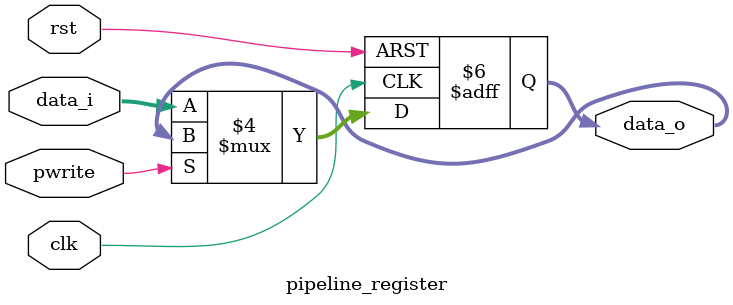
<source format=v>
module pipeline_register(clk,rst,data_i,data_o,pwrite);

parameter size = 0;

input clk;
input rst;
input pwrite;
input wire	[size-1:0] data_i;
output [size-1:0] data_o;
reg [size-1:0] data_o;

always @(posedge clk,negedge rst) begin
	if(~rst)
	    data_o<=0;
	else if(pwrite)
		data_o<=data_o;
	else
	    data_o<=data_i;
end

endmodule
</source>
